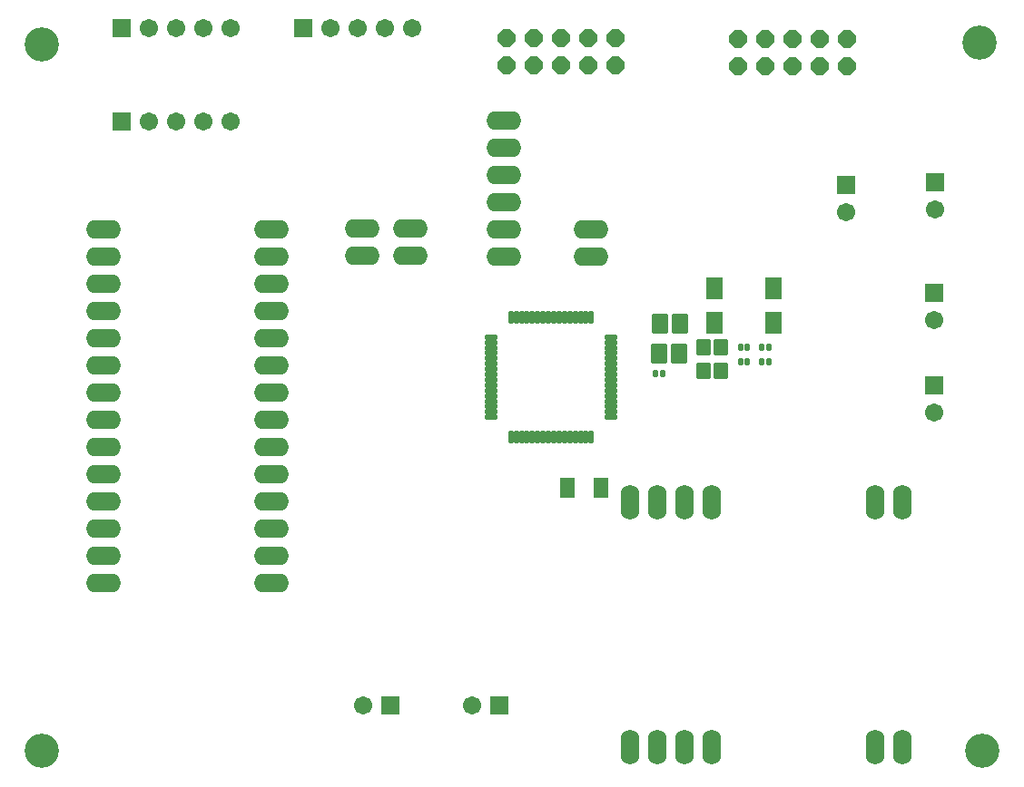
<source format=gbr>
%TF.GenerationSoftware,KiCad,Pcbnew,7.0.1*%
%TF.CreationDate,2023-09-15T11:15:50+09:00*%
%TF.ProjectId,_________,0a070658-9c5f-4cbd-9eef-2e6b69636164,rev?*%
%TF.SameCoordinates,Original*%
%TF.FileFunction,Soldermask,Bot*%
%TF.FilePolarity,Negative*%
%FSLAX46Y46*%
G04 Gerber Fmt 4.6, Leading zero omitted, Abs format (unit mm)*
G04 Created by KiCad (PCBNEW 7.0.1) date 2023-09-15 11:15:50*
%MOMM*%
%LPD*%
G01*
G04 APERTURE LIST*
G04 Aperture macros list*
%AMRoundRect*
0 Rectangle with rounded corners*
0 $1 Rounding radius*
0 $2 $3 $4 $5 $6 $7 $8 $9 X,Y pos of 4 corners*
0 Add a 4 corners polygon primitive as box body*
4,1,4,$2,$3,$4,$5,$6,$7,$8,$9,$2,$3,0*
0 Add four circle primitives for the rounded corners*
1,1,$1+$1,$2,$3*
1,1,$1+$1,$4,$5*
1,1,$1+$1,$6,$7*
1,1,$1+$1,$8,$9*
0 Add four rect primitives between the rounded corners*
20,1,$1+$1,$2,$3,$4,$5,0*
20,1,$1+$1,$4,$5,$6,$7,0*
20,1,$1+$1,$6,$7,$8,$9,0*
20,1,$1+$1,$8,$9,$2,$3,0*%
%AMFreePoly0*
4,1,25,0.333470,0.805066,0.366431,0.783042,0.783042,0.366431,0.805066,0.333470,0.812800,0.294589,0.812800,-0.294589,0.805066,-0.333470,0.783042,-0.366431,0.366431,-0.783042,0.333470,-0.805066,0.294589,-0.812800,-0.294589,-0.812800,-0.333470,-0.805066,-0.366431,-0.783042,-0.783042,-0.366431,-0.805066,-0.333470,-0.812800,-0.294589,-0.812800,0.294589,-0.805066,0.333470,-0.783042,0.366431,
-0.366431,0.783042,-0.333470,0.805066,-0.294589,0.812800,0.294589,0.812800,0.333470,0.805066,0.333470,0.805066,$1*%
G04 Aperture macros list end*
%ADD10RoundRect,0.101600X0.175000X0.200000X-0.175000X0.200000X-0.175000X-0.200000X0.175000X-0.200000X0*%
%ADD11RoundRect,0.101600X-0.754000X-0.754000X0.754000X-0.754000X0.754000X0.754000X-0.754000X0.754000X0*%
%ADD12C,1.711200*%
%ADD13RoundRect,0.101600X-0.600000X-0.850000X0.600000X-0.850000X0.600000X0.850000X-0.600000X0.850000X0*%
%ADD14RoundRect,0.101600X0.754000X0.754000X-0.754000X0.754000X-0.754000X-0.754000X0.754000X-0.754000X0*%
%ADD15C,3.200000*%
%ADD16O,3.251200X1.727200*%
%ADD17FreePoly0,180.000000*%
%ADD18RoundRect,0.101600X-0.650000X-0.800000X0.650000X-0.800000X0.650000X0.800000X-0.650000X0.800000X0*%
%ADD19RoundRect,0.101600X0.135000X-0.500000X0.135000X0.500000X-0.135000X0.500000X-0.135000X-0.500000X0*%
%ADD20RoundRect,0.101600X0.500000X0.135000X-0.500000X0.135000X-0.500000X-0.135000X0.500000X-0.135000X0*%
%ADD21RoundRect,0.101600X0.650000X0.950000X-0.650000X0.950000X-0.650000X-0.950000X0.650000X-0.950000X0*%
%ADD22RoundRect,0.101600X-0.550000X0.700000X-0.550000X-0.700000X0.550000X-0.700000X0.550000X0.700000X0*%
%ADD23RoundRect,0.101600X0.754000X-0.754000X0.754000X0.754000X-0.754000X0.754000X-0.754000X-0.754000X0*%
%ADD24O,1.727200X3.251200*%
G04 APERTURE END LIST*
D10*
%TO.C,0.1\u03BC*%
X162076100Y-102753600D03*
X162726100Y-102753600D03*
%TD*%
D11*
%TO.C,AZUSA_CTRL*%
X137281100Y-133683600D03*
D12*
X134741100Y-133683600D03*
%TD*%
D10*
%TO.C,C1*%
X171976100Y-100253600D03*
X172626100Y-100253600D03*
%TD*%
%TO.C,C2*%
X171976100Y-101653600D03*
X172626100Y-101653600D03*
%TD*%
D13*
%TO.C,C5*%
X156981100Y-113383600D03*
X153781100Y-113383600D03*
%TD*%
D10*
%TO.C,C3*%
X169976100Y-100253600D03*
X170626100Y-100253600D03*
%TD*%
%TO.C,C4*%
X169976100Y-101653600D03*
X170626100Y-101653600D03*
%TD*%
D11*
%TO.C,CTRL*%
X147491100Y-133683600D03*
D12*
X144951100Y-133683600D03*
%TD*%
D14*
%TO.C,ENC1*%
X112221100Y-79153600D03*
D12*
X114761100Y-79153600D03*
X117301100Y-79153600D03*
X119841100Y-79153600D03*
X122381100Y-79153600D03*
%TD*%
D14*
%TO.C,ENC2*%
X112221100Y-70453600D03*
D12*
X114761100Y-70453600D03*
X117301100Y-70453600D03*
X119841100Y-70453600D03*
X122381100Y-70453600D03*
%TD*%
D14*
%TO.C,ENC3*%
X129221100Y-70453600D03*
D12*
X131761100Y-70453600D03*
X134301100Y-70453600D03*
X136841100Y-70453600D03*
X139381100Y-70453600D03*
%TD*%
D15*
%TO.C,H1*%
X192551100Y-137973600D03*
%TD*%
%TO.C,H2*%
X104781100Y-137973600D03*
%TD*%
%TO.C,H3*%
X192251100Y-71823600D03*
%TD*%
%TO.C,H4*%
X104781100Y-72023600D03*
%TD*%
D16*
%TO.C,BOOT*%
X156066100Y-89230000D03*
X156066100Y-91770000D03*
%TD*%
%TO.C,ST-LINK*%
X147901100Y-79093600D03*
X147901100Y-81633600D03*
X147901100Y-84173600D03*
X147901100Y-86713600D03*
X147901100Y-89253600D03*
X147901100Y-91793600D03*
%TD*%
D17*
%TO.C,ML1*%
X169731100Y-74003600D03*
X169731100Y-71463600D03*
X172271100Y-74003600D03*
X172271100Y-71463600D03*
X174811100Y-74003600D03*
X174811100Y-71463600D03*
X177351100Y-74003600D03*
X177351100Y-71463600D03*
X179891100Y-74003600D03*
X179891100Y-71463600D03*
%TD*%
%TO.C,ML2*%
X148151100Y-73893600D03*
X148151100Y-71353600D03*
X150691100Y-73893600D03*
X150691100Y-71353600D03*
X153231100Y-73893600D03*
X153231100Y-71353600D03*
X155771100Y-73893600D03*
X155771100Y-71353600D03*
X158311100Y-73893600D03*
X158311100Y-71353600D03*
%TD*%
D18*
%TO.C,R2*%
X164351100Y-98033600D03*
X162451100Y-98033600D03*
%TD*%
%TO.C,R3*%
X164251100Y-100823600D03*
X162351100Y-100823600D03*
%TD*%
D19*
%TO.C,U$1*%
X156051100Y-97453600D03*
X155551100Y-97453600D03*
X155051100Y-97453600D03*
X154551100Y-97453600D03*
X154051100Y-97453600D03*
X153551100Y-97453600D03*
X153051100Y-97453600D03*
X152551100Y-97453600D03*
X152051100Y-97453600D03*
X151551100Y-97453600D03*
X151051100Y-97453600D03*
X150551100Y-97453600D03*
X150051100Y-97453600D03*
X149551100Y-97453600D03*
X149051100Y-97453600D03*
X148551100Y-97453600D03*
D20*
X146701100Y-99303600D03*
X146701100Y-99803600D03*
X146701100Y-100303600D03*
X146701100Y-100803600D03*
X146701100Y-101303600D03*
X146701100Y-101803600D03*
X146701100Y-102303600D03*
X146701100Y-102803600D03*
X146701100Y-103303600D03*
X146701100Y-103803600D03*
X146701100Y-104303600D03*
X146701100Y-104803600D03*
X146701100Y-105303600D03*
X146701100Y-105803600D03*
X146701100Y-106303600D03*
X146701100Y-106803600D03*
D19*
X148551100Y-108653600D03*
X149051100Y-108653600D03*
X149551100Y-108653600D03*
X156051100Y-108653600D03*
X150051100Y-108653600D03*
X150551100Y-108653600D03*
X151051100Y-108653600D03*
X151551100Y-108653600D03*
X152051100Y-108653600D03*
X152551100Y-108653600D03*
X153051100Y-108653600D03*
X153551100Y-108653600D03*
X154051100Y-108653600D03*
X154551100Y-108653600D03*
X155051100Y-108653600D03*
X155551100Y-108653600D03*
D20*
X157901100Y-106803600D03*
X157901100Y-106303600D03*
X157901100Y-105803600D03*
X157901100Y-105303600D03*
X157901100Y-104803600D03*
X157901100Y-104303600D03*
X157901100Y-103803600D03*
X157901100Y-103303600D03*
X157901100Y-99803600D03*
X157901100Y-100303600D03*
X157901100Y-100803600D03*
X157901100Y-101303600D03*
X157901100Y-101803600D03*
X157901100Y-102303600D03*
X157901100Y-102803600D03*
X157901100Y-99303600D03*
%TD*%
D21*
%TO.C,X1*%
X167551100Y-97983600D03*
X173051100Y-97983600D03*
X173051100Y-94783600D03*
X167551100Y-94783600D03*
%TD*%
D22*
%TO.C,X2*%
X166501100Y-102423600D03*
X166501100Y-100223600D03*
X168101100Y-102423600D03*
X168101100Y-100223600D03*
%TD*%
D16*
%TO.C,TWE_LEFT*%
X110539100Y-122242600D03*
X110539100Y-119702600D03*
X110539100Y-117162600D03*
X110539100Y-114622600D03*
X110539100Y-112082600D03*
X110539100Y-109542600D03*
X110539100Y-107002600D03*
X110539100Y-104462600D03*
X110539100Y-101922600D03*
X110539100Y-99382600D03*
X110539100Y-96842600D03*
X110539100Y-94302600D03*
X110539100Y-91762600D03*
X110539100Y-89222600D03*
%TD*%
%TO.C,TWE_RIGHT*%
X126191100Y-122263600D03*
X126191100Y-119723600D03*
X126191100Y-117183600D03*
X126191100Y-114643600D03*
X126191100Y-112103600D03*
X126191100Y-109563600D03*
X126191100Y-107023600D03*
X126191100Y-104483600D03*
X126191100Y-101943600D03*
X126191100Y-99403600D03*
X126191100Y-96863600D03*
X126191100Y-94323600D03*
X126191100Y-91783600D03*
X126191100Y-89243600D03*
%TD*%
%TO.C,PIN_SOCKET1*%
X139181100Y-89203600D03*
X139181100Y-91743600D03*
%TD*%
%TO.C,PIN_SOCKET2*%
X134711100Y-89203600D03*
X134711100Y-91743600D03*
%TD*%
D23*
%TO.C,DOWN*%
X188001100Y-103783600D03*
D12*
X188001100Y-106323600D03*
%TD*%
D23*
%TO.C,UP*%
X188001100Y-95183600D03*
D12*
X188001100Y-97723600D03*
%TD*%
D24*
%TO.C,LEFT_U*%
X182512100Y-114760600D03*
X185052100Y-114760600D03*
%TD*%
%TO.C,RIGHT_U*%
X182524100Y-137611600D03*
X185064100Y-137611600D03*
%TD*%
%TO.C,LEFT_D*%
X159681100Y-114738600D03*
X162221100Y-114738600D03*
X164761100Y-114738600D03*
X167301100Y-114738600D03*
%TD*%
%TO.C,RIGHT_D*%
X159652100Y-137596600D03*
X162192100Y-137596600D03*
X164732100Y-137596600D03*
X167272100Y-137596600D03*
%TD*%
D23*
%TO.C,AZUSA_CON1*%
X188101100Y-84883600D03*
D12*
X188101100Y-87423600D03*
%TD*%
D23*
%TO.C,AZUSA_CON2*%
X179801100Y-85083600D03*
D12*
X179801100Y-87623600D03*
%TD*%
M02*

</source>
